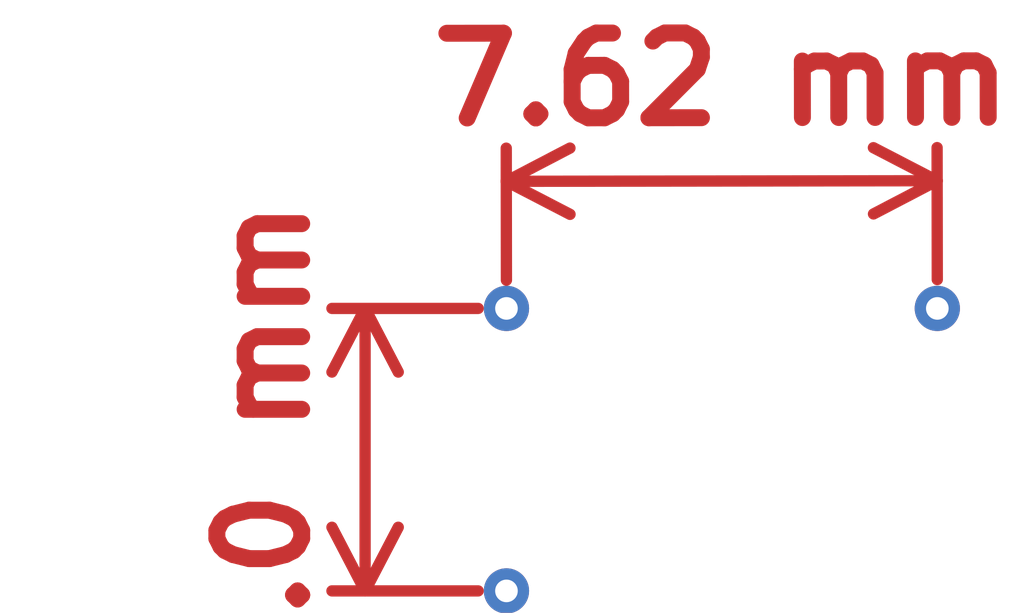
<source format=kicad_pcb>
(kicad_pcb (version 20211014) (generator pcbnew)

  (general
    (thickness 1.6)
  )

  (paper "A4")
  (layers
    (0 "F.Cu" signal)
    (31 "B.Cu" signal)
    (32 "B.Adhes" user "B.Adhesive")
    (33 "F.Adhes" user "F.Adhesive")
    (34 "B.Paste" user)
    (35 "F.Paste" user)
    (36 "B.SilkS" user "B.Silkscreen")
    (37 "F.SilkS" user "F.Silkscreen")
    (38 "B.Mask" user)
    (39 "F.Mask" user)
    (40 "Dwgs.User" user "User.Drawings")
    (41 "Cmts.User" user "User.Comments")
    (42 "Eco1.User" user "User.Eco1")
    (43 "Eco2.User" user "User.Eco2")
    (44 "Edge.Cuts" user)
    (45 "Margin" user)
    (46 "B.CrtYd" user "B.Courtyard")
    (47 "F.CrtYd" user "F.Courtyard")
    (48 "B.Fab" user)
    (49 "F.Fab" user)
    (50 "User.1" user)
    (51 "User.2" user)
    (52 "User.3" user)
    (53 "User.4" user)
    (54 "User.5" user)
    (55 "User.6" user)
    (56 "User.7" user)
    (57 "User.8" user)
    (58 "User.9" user)
  )

  (setup
    (pad_to_mask_clearance 0)
    (pcbplotparams
      (layerselection 0x00010fc_ffffffff)
      (disableapertmacros false)
      (usegerberextensions false)
      (usegerberattributes true)
      (usegerberadvancedattributes true)
      (creategerberjobfile true)
      (svguseinch false)
      (svgprecision 6)
      (excludeedgelayer true)
      (plotframeref false)
      (viasonmask false)
      (mode 1)
      (useauxorigin false)
      (hpglpennumber 1)
      (hpglpenspeed 20)
      (hpglpendiameter 15.000000)
      (dxfpolygonmode true)
      (dxfimperialunits true)
      (dxfusepcbnewfont true)
      (psnegative false)
      (psa4output false)
      (plotreference true)
      (plotvalue true)
      (plotinvisibletext false)
      (sketchpadsonfab false)
      (subtractmaskfromsilk false)
      (outputformat 1)
      (mirror false)
      (drillshape 1)
      (scaleselection 1)
      (outputdirectory "")
    )
  )

  (net 0 "")

  (dimension (type aligned) (layer "F.Cu") (tstamp 2a1e5e65-b5dc-42d3-b29d-ef81c6978e28)
    (pts (xy 50 35) (xy 50 40))
    (height 2.5)
    (gr_text "5.0 mm" (at 45.7 37.5 90) (layer "F.Cu") (tstamp bfa78904-971b-4b77-9d8a-4b5b56b9758f)
      (effects (font (size 1.5 1.5) (thickness 0.3)))
    )
    (format (units 3) (units_format 1) (precision 1))
    (style (thickness 0.2) (arrow_length 1.27) (text_position_mode 0) (extension_height 0.58642) (extension_offset 0.5) keep_text_aligned)
  )
  (dimension (type aligned) (layer "F.Cu") (tstamp dd4e0dfb-b22b-4dc8-b669-b588990e7b8b)
    (pts (xy 50 35) (xy 57.62 34.99))
    (height -2.25)
    (gr_text "7.62 mm" (at 53.804685 30.945004 0.07519126853) (layer "F.Cu") (tstamp 46c709de-1bc4-4574-8854-a224d3a97f5e)
      (effects (font (size 1.5 1.5) (thickness 0.3)))
    )
    (format (units 3) (units_format 1) (precision 2))
    (style (thickness 0.2) (arrow_length 1.27) (text_position_mode 0) (extension_height 0.58642) (extension_offset 0.5) keep_text_aligned)
  )

  (via (at 50 40) (size 0.8) (drill 0.4) (layers "F.Cu" "B.Cu") (free) (net 0) (tstamp 5fe95278-8b16-4e87-a4a2-ba1d7dd1d22a))
  (via (at 50 35) (size 0.8) (drill 0.4) (layers "F.Cu" "B.Cu") (free) (net 0) (tstamp 9115e0e1-e6c2-49f1-a8d9-fdeddde38280))
  (via (at 57.62 35) (size 0.8) (drill 0.4) (layers "F.Cu" "B.Cu") (remove_unused_layers) (keep_end_layers) (free) (net 0) (tstamp c137a20f-11b4-47d7-87ad-34a18599e46d))

)

</source>
